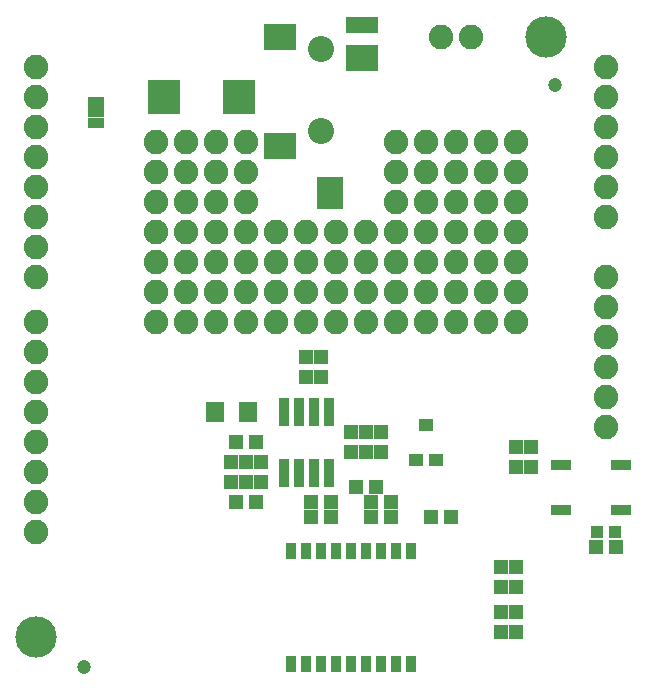
<source format=gbr>
G04 EAGLE Gerber RS-274X export*
G75*
%MOMM*%
%FSLAX34Y34*%
%LPD*%
%INSoldermask Top*%
%IPPOS*%
%AMOC8*
5,1,8,0,0,1.08239X$1,22.5*%
G01*
%ADD10C,2.082800*%
%ADD11C,3.505200*%
%ADD12R,0.965200X1.346200*%
%ADD13R,1.303200X1.203200*%
%ADD14R,1.473200X0.838200*%
%ADD15R,1.203200X1.303200*%
%ADD16R,0.812800X2.413000*%
%ADD17R,1.203200X1.103200*%
%ADD18R,1.303200X1.103200*%
%ADD19R,1.727200X0.965200*%
%ADD20R,1.003200X1.003200*%
%ADD21R,2.753200X2.903200*%
%ADD22R,1.603200X1.803200*%
%ADD23C,1.203200*%
%ADD24R,2.703200X2.203200*%
%ADD25R,2.203200X2.703200*%
%ADD26R,2.703200X1.403200*%
%ADD27C,2.203200*%


D10*
X508000Y241300D03*
X508000Y266700D03*
X508000Y292100D03*
X508000Y317500D03*
X508000Y342900D03*
X508000Y368300D03*
X508000Y419100D03*
X508000Y444500D03*
X508000Y469900D03*
X508000Y495300D03*
X508000Y520700D03*
X508000Y546100D03*
X25400Y546100D03*
X25400Y520700D03*
X25400Y495300D03*
X25400Y469900D03*
X25400Y444500D03*
X25400Y419100D03*
X25400Y393700D03*
X25400Y368300D03*
X25400Y330200D03*
X25400Y304800D03*
X25400Y279400D03*
X25400Y254000D03*
X25400Y228600D03*
X25400Y203200D03*
X25400Y177800D03*
X25400Y152400D03*
D11*
X457200Y571500D03*
X25400Y63500D03*
D12*
X241300Y41021D03*
X254000Y41021D03*
X266700Y41021D03*
X279400Y41021D03*
X292100Y41021D03*
X304800Y41021D03*
X317500Y41021D03*
X330200Y41021D03*
X342900Y41021D03*
X342900Y136779D03*
X330200Y136779D03*
X317500Y136779D03*
X304800Y136779D03*
X292100Y136779D03*
X279400Y136779D03*
X266700Y136779D03*
X254000Y136779D03*
X241300Y136779D03*
D13*
X376800Y165100D03*
X359800Y165100D03*
D14*
X76200Y516890D03*
X76200Y508000D03*
X76200Y499110D03*
D15*
X203200Y211700D03*
X203200Y194700D03*
X190500Y194700D03*
X190500Y211700D03*
D13*
X275200Y177800D03*
X258200Y177800D03*
D15*
X266700Y300600D03*
X266700Y283600D03*
X444500Y207400D03*
X444500Y224400D03*
X304800Y220100D03*
X304800Y237100D03*
X215900Y211700D03*
X215900Y194700D03*
D13*
X211700Y228600D03*
X194700Y228600D03*
D15*
X254000Y283600D03*
X254000Y300600D03*
D13*
X211700Y177800D03*
X194700Y177800D03*
D15*
X431800Y207400D03*
X431800Y224400D03*
D16*
X234950Y202438D03*
X247650Y202438D03*
X260350Y202438D03*
X273050Y202438D03*
X273050Y254762D03*
X260350Y254762D03*
X247650Y254762D03*
X234950Y254762D03*
D17*
X347100Y214100D03*
X364100Y214100D03*
D18*
X355600Y243100D03*
D13*
X275200Y165100D03*
X258200Y165100D03*
D15*
X317500Y220100D03*
X317500Y237100D03*
X419100Y67700D03*
X419100Y84700D03*
X419100Y105800D03*
X419100Y122800D03*
X431800Y67700D03*
X431800Y84700D03*
X431800Y105800D03*
X431800Y122800D03*
D10*
X368300Y571500D03*
X393700Y571500D03*
D19*
X469900Y209550D03*
X520700Y209550D03*
X469900Y171450D03*
X520700Y171450D03*
D20*
X515500Y152400D03*
X500500Y152400D03*
D13*
X516500Y139700D03*
X499500Y139700D03*
X326000Y165100D03*
X309000Y165100D03*
D21*
X196800Y520700D03*
X133400Y520700D03*
D15*
X292100Y237100D03*
X292100Y220100D03*
D13*
X296300Y190500D03*
X313300Y190500D03*
D22*
X176500Y254000D03*
X204500Y254000D03*
D13*
X309000Y177800D03*
X326000Y177800D03*
D23*
X464820Y530860D03*
X66040Y38100D03*
D24*
X232200Y571900D03*
X232200Y479900D03*
X301200Y553900D03*
D25*
X274200Y439400D03*
D26*
X301200Y581900D03*
D27*
X266700Y561900D03*
X266700Y491900D03*
D10*
X127000Y330200D03*
X152400Y330200D03*
X177800Y330200D03*
X203200Y330200D03*
X228600Y330200D03*
X279400Y330200D03*
X304800Y330200D03*
X330200Y330200D03*
X355600Y330200D03*
X381000Y330200D03*
X406400Y330200D03*
X431800Y330200D03*
X431800Y355600D03*
X406400Y355600D03*
X381000Y355600D03*
X355600Y355600D03*
X330200Y355600D03*
X304800Y355600D03*
X279400Y355600D03*
X254000Y355600D03*
X228600Y355600D03*
X203200Y355600D03*
X177800Y355600D03*
X152400Y355600D03*
X127000Y355600D03*
X127000Y381000D03*
X152400Y381000D03*
X177800Y381000D03*
X203200Y381000D03*
X228600Y381000D03*
X254000Y381000D03*
X279400Y381000D03*
X304800Y381000D03*
X330200Y381000D03*
X355600Y381000D03*
X381000Y381000D03*
X406400Y381000D03*
X431800Y381000D03*
X431800Y406400D03*
X406400Y406400D03*
X381000Y406400D03*
X355600Y406400D03*
X330200Y406400D03*
X304800Y406400D03*
X279400Y406400D03*
X254000Y406400D03*
X228600Y406400D03*
X203200Y406400D03*
X177800Y406400D03*
X152400Y406400D03*
X127000Y406400D03*
X127000Y431800D03*
X152400Y431800D03*
X177800Y431800D03*
X203200Y431800D03*
X330200Y431800D03*
X355600Y431800D03*
X381000Y431800D03*
X406400Y431800D03*
X431800Y431800D03*
X431800Y457200D03*
X406400Y457200D03*
X381000Y457200D03*
X355600Y457200D03*
X330200Y457200D03*
X203200Y457200D03*
X177800Y457200D03*
X152400Y457200D03*
X127000Y457200D03*
X127000Y482600D03*
X177800Y482600D03*
X152400Y482600D03*
X203200Y482600D03*
X330200Y482600D03*
X355600Y482600D03*
X381000Y482600D03*
X406400Y482600D03*
X431800Y482600D03*
X254000Y330200D03*
M02*

</source>
